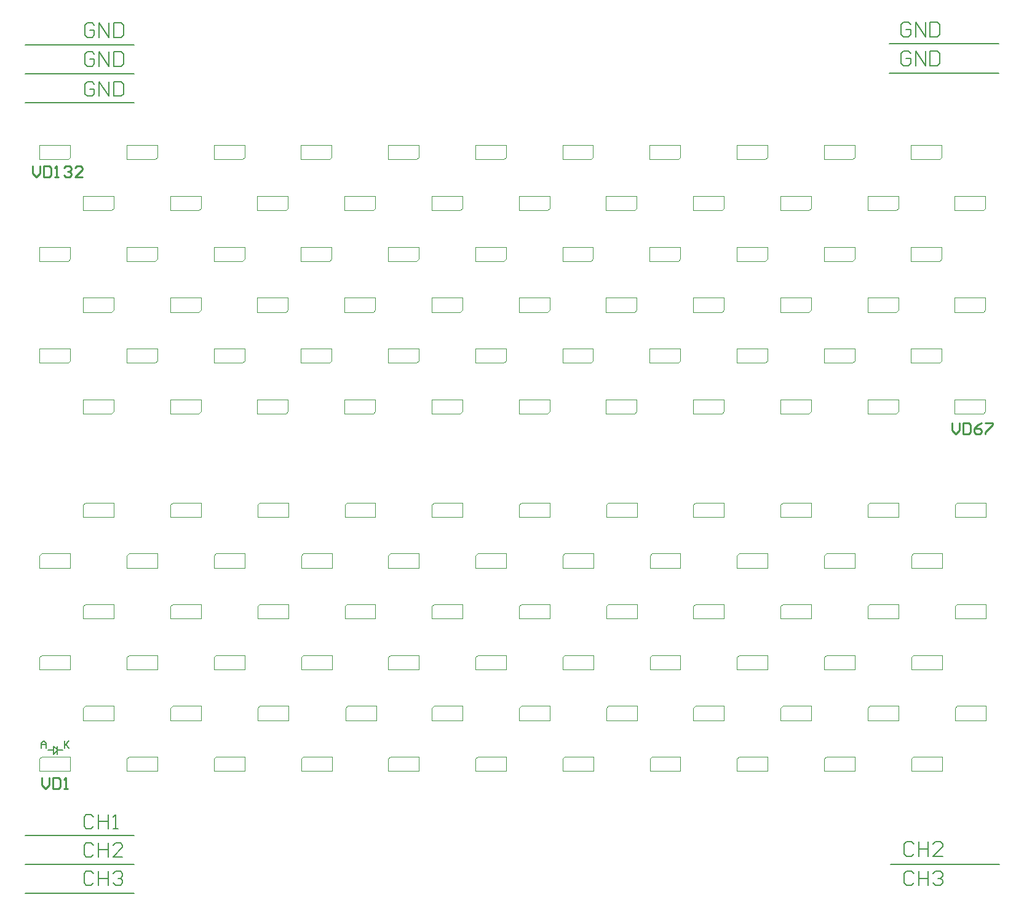
<source format=gto>
G04 Layer_Color=65535*
%FSLAX24Y24*%
%MOIN*%
G70*
G01*
G75*
%ADD10C,0.0079*%
%ADD21C,0.0039*%
%ADD22C,0.0100*%
D10*
X78307Y49508D02*
X78602D01*
X77815Y49508D02*
X78110D01*
X78307Y49291D02*
Y49528D01*
Y49488D02*
Y49724D01*
X78110D02*
X78307Y49528D01*
Y49488D02*
Y49528D01*
X78110Y49291D02*
X78307Y49488D01*
X78110Y49291D02*
X78110D01*
X78110D02*
Y49724D01*
X123425Y86220D02*
X129331D01*
X123425Y87795D02*
X129331D01*
X76575Y87756D02*
X82480D01*
X76575Y86181D02*
X82480D01*
X76575Y84606D02*
X82480D01*
X123465Y43307D02*
X129370D01*
X76575Y41732D02*
X82480D01*
X76575Y43307D02*
X82480D01*
X76575Y44882D02*
X82480D01*
X77441Y49606D02*
Y49869D01*
X77572Y50000D01*
X77703Y49869D01*
Y49606D01*
Y49803D01*
X77441D01*
X78701Y50000D02*
Y49606D01*
Y49737D01*
X78963Y50000D01*
X78766Y49803D01*
X78963Y49606D01*
X124737Y42821D02*
X124606Y42952D01*
X124344D01*
X124213Y42821D01*
Y42297D01*
X124344Y42165D01*
X124606D01*
X124737Y42297D01*
X125000Y42952D02*
Y42165D01*
Y42559D01*
X125525D01*
Y42952D01*
Y42165D01*
X125787Y42821D02*
X125918Y42952D01*
X126180D01*
X126312Y42821D01*
Y42690D01*
X126180Y42559D01*
X126049D01*
X126180D01*
X126312Y42428D01*
Y42297D01*
X126180Y42165D01*
X125918D01*
X125787Y42297D01*
X124737Y44396D02*
X124606Y44527D01*
X124344D01*
X124213Y44396D01*
Y43871D01*
X124344Y43740D01*
X124606D01*
X124737Y43871D01*
X125000Y44527D02*
Y43740D01*
Y44134D01*
X125525D01*
Y44527D01*
Y43740D01*
X126312D02*
X125787D01*
X126312Y44265D01*
Y44396D01*
X126180Y44527D01*
X125918D01*
X125787Y44396D01*
X80289Y45892D02*
X80157Y46023D01*
X79895D01*
X79764Y45892D01*
Y45367D01*
X79895Y45236D01*
X80157D01*
X80289Y45367D01*
X80551Y46023D02*
Y45236D01*
Y45630D01*
X81076D01*
Y46023D01*
Y45236D01*
X81338D02*
X81600D01*
X81469D01*
Y46023D01*
X81338Y45892D01*
X80289Y44357D02*
X80157Y44488D01*
X79895D01*
X79764Y44357D01*
Y43832D01*
X79895Y43701D01*
X80157D01*
X80289Y43832D01*
X80551Y44488D02*
Y43701D01*
Y44094D01*
X81076D01*
Y44488D01*
Y43701D01*
X81863D02*
X81338D01*
X81863Y44226D01*
Y44357D01*
X81732Y44488D01*
X81469D01*
X81338Y44357D01*
X80289Y42821D02*
X80157Y42952D01*
X79895D01*
X79764Y42821D01*
Y42297D01*
X79895Y42165D01*
X80157D01*
X80289Y42297D01*
X80551Y42952D02*
Y42165D01*
Y42559D01*
X81076D01*
Y42952D01*
Y42165D01*
X81338Y42821D02*
X81469Y42952D01*
X81732D01*
X81863Y42821D01*
Y42690D01*
X81732Y42559D01*
X81600D01*
X81732D01*
X81863Y42428D01*
Y42297D01*
X81732Y42165D01*
X81469D01*
X81338Y42297D01*
X124580Y87270D02*
X124449Y87401D01*
X124186D01*
X124055Y87270D01*
Y86745D01*
X124186Y86614D01*
X124449D01*
X124580Y86745D01*
Y87008D01*
X124318D01*
X124842Y86614D02*
Y87401D01*
X125367Y86614D01*
Y87401D01*
X125629D02*
Y86614D01*
X126023D01*
X126154Y86745D01*
Y87270D01*
X126023Y87401D01*
X125629D01*
X80328Y85617D02*
X80197Y85748D01*
X79934D01*
X79803Y85617D01*
Y85092D01*
X79934Y84961D01*
X80197D01*
X80328Y85092D01*
Y85354D01*
X80066D01*
X80590Y84961D02*
Y85748D01*
X81115Y84961D01*
Y85748D01*
X81377D02*
Y84961D01*
X81771D01*
X81902Y85092D01*
Y85617D01*
X81771Y85748D01*
X81377D01*
X80328Y87231D02*
X80197Y87362D01*
X79934D01*
X79803Y87231D01*
Y86706D01*
X79934Y86575D01*
X80197D01*
X80328Y86706D01*
Y86968D01*
X80066D01*
X80590Y86575D02*
Y87362D01*
X81115Y86575D01*
Y87362D01*
X81377D02*
Y86575D01*
X81771D01*
X81902Y86706D01*
Y87231D01*
X81771Y87362D01*
X81377D01*
X80328Y88806D02*
X80197Y88937D01*
X79934D01*
X79803Y88806D01*
Y88281D01*
X79934Y88150D01*
X80197D01*
X80328Y88281D01*
Y88543D01*
X80066D01*
X80590Y88150D02*
Y88937D01*
X81115Y88150D01*
Y88937D01*
X81377D02*
Y88150D01*
X81771D01*
X81902Y88281D01*
Y88806D01*
X81771Y88937D01*
X81377D01*
X124580Y88845D02*
X124449Y88976D01*
X124186D01*
X124055Y88845D01*
Y88320D01*
X124186Y88189D01*
X124449D01*
X124580Y88320D01*
Y88583D01*
X124318D01*
X124842Y88189D02*
Y88976D01*
X125367Y88189D01*
Y88976D01*
X125629D02*
Y88189D01*
X126023D01*
X126154Y88320D01*
Y88845D01*
X126023Y88976D01*
X125629D01*
D21*
X128504Y67746D02*
X128622Y67864D01*
X126959Y67746D02*
Y68524D01*
X128622Y67864D02*
Y68524D01*
X126959Y67746D02*
X128504D01*
X126959Y68524D02*
X128622D01*
X78898Y81526D02*
X79016Y81644D01*
X77352Y81526D02*
Y82303D01*
X79016Y81644D02*
Y82303D01*
X77352Y81526D02*
X78898D01*
X77352Y82303D02*
X79016D01*
X77362Y49026D02*
X77480Y49144D01*
X79026Y48366D02*
Y49144D01*
X77362Y48366D02*
Y49026D01*
X77480Y49144D02*
X79026D01*
X77362Y48366D02*
X79026D01*
X81260Y78770D02*
X81378Y78888D01*
X79715Y78770D02*
Y79547D01*
X81378Y78888D02*
Y79547D01*
X79715Y78770D02*
X81260D01*
X79715Y79547D02*
X81378D01*
X78898Y76014D02*
X79016Y76132D01*
X77352Y76014D02*
Y76791D01*
X79016Y76132D02*
Y76791D01*
X77352Y76014D02*
X78898D01*
X77352Y76791D02*
X79016D01*
X81260Y73258D02*
X81378Y73376D01*
X79715Y73258D02*
Y74035D01*
X81378Y73376D02*
Y74035D01*
X79715Y73258D02*
X81260D01*
X79715Y74035D02*
X81378D01*
X78898Y70502D02*
X79016Y70620D01*
X77352Y70502D02*
Y71280D01*
X79016Y70620D02*
Y71280D01*
X77352Y70502D02*
X78898D01*
X77352Y71280D02*
X79016D01*
X81260Y67746D02*
X81378Y67864D01*
X79715Y67746D02*
Y68524D01*
X81378Y67864D02*
Y68524D01*
X79715Y67746D02*
X81260D01*
X79715Y68524D02*
X81378D01*
X83622Y81526D02*
X83740Y81644D01*
X82077Y81526D02*
Y82303D01*
X83740Y81644D02*
Y82303D01*
X82077Y81526D02*
X83622D01*
X82077Y82303D02*
X83740D01*
X85984Y78770D02*
X86102Y78888D01*
X84439Y78770D02*
Y79547D01*
X86102Y78888D02*
Y79547D01*
X84439Y78770D02*
X85984D01*
X84439Y79547D02*
X86102D01*
X83622Y76014D02*
X83740Y76132D01*
X82077Y76014D02*
Y76791D01*
X83740Y76132D02*
Y76791D01*
X82077Y76014D02*
X83622D01*
X82077Y76791D02*
X83740D01*
X85984Y73258D02*
X86102Y73376D01*
X84439Y73258D02*
Y74035D01*
X86102Y73376D02*
Y74035D01*
X84439Y73258D02*
X85984D01*
X84439Y74035D02*
X86102D01*
X83622Y70502D02*
X83740Y70620D01*
X82077Y70502D02*
Y71280D01*
X83740Y70620D02*
Y71280D01*
X82077Y70502D02*
X83622D01*
X82077Y71280D02*
X83740D01*
X85984Y67746D02*
X86102Y67864D01*
X84439Y67746D02*
Y68524D01*
X86102Y67864D02*
Y68524D01*
X84439Y67746D02*
X85984D01*
X84439Y68524D02*
X86102D01*
X88346Y81526D02*
X88465Y81644D01*
X86801Y81526D02*
Y82303D01*
X88465Y81644D02*
Y82303D01*
X86801Y81526D02*
X88346D01*
X86801Y82303D02*
X88465D01*
X90709Y78770D02*
X90827Y78888D01*
X89163Y78770D02*
Y79547D01*
X90827Y78888D02*
Y79547D01*
X89163Y78770D02*
X90709D01*
X89163Y79547D02*
X90827D01*
X88346Y76014D02*
X88465Y76132D01*
X86801Y76014D02*
Y76791D01*
X88465Y76132D02*
Y76791D01*
X86801Y76014D02*
X88346D01*
X86801Y76791D02*
X88465D01*
X90709Y73258D02*
X90827Y73376D01*
X89163Y73258D02*
Y74035D01*
X90827Y73376D02*
Y74035D01*
X89163Y73258D02*
X90709D01*
X89163Y74035D02*
X90827D01*
X88346Y70502D02*
X88465Y70620D01*
X86801Y70502D02*
Y71280D01*
X88465Y70620D02*
Y71280D01*
X86801Y70502D02*
X88346D01*
X86801Y71280D02*
X88465D01*
X90709Y67746D02*
X90827Y67864D01*
X89163Y67746D02*
Y68524D01*
X90827Y67864D02*
Y68524D01*
X89163Y67746D02*
X90709D01*
X89163Y68524D02*
X90827D01*
X93071Y81526D02*
X93189Y81644D01*
X91526Y81526D02*
Y82303D01*
X93189Y81644D02*
Y82303D01*
X91526Y81526D02*
X93071D01*
X91526Y82303D02*
X93189D01*
X95433Y78770D02*
X95551Y78888D01*
X93888Y78770D02*
Y79547D01*
X95551Y78888D02*
Y79547D01*
X93888Y78770D02*
X95433D01*
X93888Y79547D02*
X95551D01*
X93071Y76014D02*
X93189Y76132D01*
X91526Y76014D02*
Y76791D01*
X93189Y76132D02*
Y76791D01*
X91526Y76014D02*
X93071D01*
X91526Y76791D02*
X93189D01*
X95433Y73258D02*
X95551Y73376D01*
X93888Y73258D02*
Y74035D01*
X95551Y73376D02*
Y74035D01*
X93888Y73258D02*
X95433D01*
X93888Y74035D02*
X95551D01*
X93071Y70502D02*
X93189Y70620D01*
X91526Y70502D02*
Y71280D01*
X93189Y70620D02*
Y71280D01*
X91526Y70502D02*
X93071D01*
X91526Y71280D02*
X93189D01*
X95433Y67746D02*
X95551Y67864D01*
X93888Y67746D02*
Y68524D01*
X95551Y67864D02*
Y68524D01*
X93888Y67746D02*
X95433D01*
X93888Y68524D02*
X95551D01*
X97795Y81526D02*
X97913Y81644D01*
X96250Y81526D02*
Y82303D01*
X97913Y81644D02*
Y82303D01*
X96250Y81526D02*
X97795D01*
X96250Y82303D02*
X97913D01*
X100157Y78770D02*
X100276Y78888D01*
X98612Y78770D02*
Y79547D01*
X100276Y78888D02*
Y79547D01*
X98612Y78770D02*
X100157D01*
X98612Y79547D02*
X100276D01*
X97795Y76014D02*
X97913Y76132D01*
X96250Y76014D02*
Y76791D01*
X97913Y76132D02*
Y76791D01*
X96250Y76014D02*
X97795D01*
X96250Y76791D02*
X97913D01*
X100157Y73258D02*
X100276Y73376D01*
X98612Y73258D02*
Y74035D01*
X100276Y73376D02*
Y74035D01*
X98612Y73258D02*
X100157D01*
X98612Y74035D02*
X100276D01*
X97795Y70502D02*
X97913Y70620D01*
X96250Y70502D02*
Y71280D01*
X97913Y70620D02*
Y71280D01*
X96250Y70502D02*
X97795D01*
X96250Y71280D02*
X97913D01*
X100157Y67746D02*
X100276Y67864D01*
X98612Y67746D02*
Y68524D01*
X100276Y67864D02*
Y68524D01*
X98612Y67746D02*
X100157D01*
X98612Y68524D02*
X100276D01*
X102520Y81526D02*
X102638Y81644D01*
X100974Y81526D02*
Y82303D01*
X102638Y81644D02*
Y82303D01*
X100974Y81526D02*
X102520D01*
X100974Y82303D02*
X102638D01*
X104882Y78770D02*
X105000Y78888D01*
X103337Y78770D02*
Y79547D01*
X105000Y78888D02*
Y79547D01*
X103337Y78770D02*
X104882D01*
X103337Y79547D02*
X105000D01*
X102520Y76014D02*
X102638Y76132D01*
X100974Y76014D02*
Y76791D01*
X102638Y76132D02*
Y76791D01*
X100974Y76014D02*
X102520D01*
X100974Y76791D02*
X102638D01*
X104882Y73258D02*
X105000Y73376D01*
X103337Y73258D02*
Y74035D01*
X105000Y73376D02*
Y74035D01*
X103337Y73258D02*
X104882D01*
X103337Y74035D02*
X105000D01*
X102520Y70502D02*
X102638Y70620D01*
X100974Y70502D02*
Y71280D01*
X102638Y70620D02*
Y71280D01*
X100974Y70502D02*
X102520D01*
X100974Y71280D02*
X102638D01*
X104882Y67746D02*
X105000Y67864D01*
X103337Y67746D02*
Y68524D01*
X105000Y67864D02*
Y68524D01*
X103337Y67746D02*
X104882D01*
X103337Y68524D02*
X105000D01*
X107244Y81526D02*
X107362Y81644D01*
X105699Y81526D02*
Y82303D01*
X107362Y81644D02*
Y82303D01*
X105699Y81526D02*
X107244D01*
X105699Y82303D02*
X107362D01*
X109606Y78770D02*
X109724Y78888D01*
X108061Y78770D02*
Y79547D01*
X109724Y78888D02*
Y79547D01*
X108061Y78770D02*
X109606D01*
X108061Y79547D02*
X109724D01*
X107244Y76014D02*
X107362Y76132D01*
X105699Y76014D02*
Y76791D01*
X107362Y76132D02*
Y76791D01*
X105699Y76014D02*
X107244D01*
X105699Y76791D02*
X107362D01*
X109606Y73258D02*
X109724Y73376D01*
X108061Y73258D02*
Y74035D01*
X109724Y73376D02*
Y74035D01*
X108061Y73258D02*
X109606D01*
X108061Y74035D02*
X109724D01*
X107244Y70502D02*
X107362Y70620D01*
X105699Y70502D02*
Y71280D01*
X107362Y70620D02*
Y71280D01*
X105699Y70502D02*
X107244D01*
X105699Y71280D02*
X107362D01*
X109606Y67746D02*
X109724Y67864D01*
X108061Y67746D02*
Y68524D01*
X109724Y67864D02*
Y68524D01*
X108061Y67746D02*
X109606D01*
X108061Y68524D02*
X109724D01*
X111969Y81526D02*
X112087Y81644D01*
X110423Y81526D02*
Y82303D01*
X112087Y81644D02*
Y82303D01*
X110423Y81526D02*
X111969D01*
X110423Y82303D02*
X112087D01*
X114331Y78770D02*
X114449Y78888D01*
X112785Y78770D02*
Y79547D01*
X114449Y78888D02*
Y79547D01*
X112785Y78770D02*
X114331D01*
X112785Y79547D02*
X114449D01*
X111969Y76014D02*
X112087Y76132D01*
X110423Y76014D02*
Y76791D01*
X112087Y76132D02*
Y76791D01*
X110423Y76014D02*
X111969D01*
X110423Y76791D02*
X112087D01*
X114331Y73258D02*
X114449Y73376D01*
X112785Y73258D02*
Y74035D01*
X114449Y73376D02*
Y74035D01*
X112785Y73258D02*
X114331D01*
X112785Y74035D02*
X114449D01*
X111969Y70502D02*
X112087Y70620D01*
X110423Y70502D02*
Y71280D01*
X112087Y70620D02*
Y71280D01*
X110423Y70502D02*
X111969D01*
X110423Y71280D02*
X112087D01*
X114331Y67746D02*
X114449Y67864D01*
X112785Y67746D02*
Y68524D01*
X114449Y67864D02*
Y68524D01*
X112785Y67746D02*
X114331D01*
X112785Y68524D02*
X114449D01*
X116693Y81526D02*
X116811Y81644D01*
X115148Y81526D02*
Y82303D01*
X116811Y81644D02*
Y82303D01*
X115148Y81526D02*
X116693D01*
X115148Y82303D02*
X116811D01*
X119055Y78770D02*
X119173Y78888D01*
X117510Y78770D02*
Y79547D01*
X119173Y78888D02*
Y79547D01*
X117510Y78770D02*
X119055D01*
X117510Y79547D02*
X119173D01*
X116693Y76014D02*
X116811Y76132D01*
X115148Y76014D02*
Y76791D01*
X116811Y76132D02*
Y76791D01*
X115148Y76014D02*
X116693D01*
X115148Y76791D02*
X116811D01*
X119055Y73258D02*
X119173Y73376D01*
X117510Y73258D02*
Y74035D01*
X119173Y73376D02*
Y74035D01*
X117510Y73258D02*
X119055D01*
X117510Y74035D02*
X119173D01*
X116693Y70502D02*
X116811Y70620D01*
X115148Y70502D02*
Y71280D01*
X116811Y70620D02*
Y71280D01*
X115148Y70502D02*
X116693D01*
X115148Y71280D02*
X116811D01*
X119055Y67746D02*
X119173Y67864D01*
X117510Y67746D02*
Y68524D01*
X119173Y67864D02*
Y68524D01*
X117510Y67746D02*
X119055D01*
X117510Y68524D02*
X119173D01*
X121417Y81526D02*
X121535Y81644D01*
X119872Y81526D02*
Y82303D01*
X121535Y81644D02*
Y82303D01*
X119872Y81526D02*
X121417D01*
X119872Y82303D02*
X121535D01*
X123780Y78770D02*
X123898Y78888D01*
X122234Y78770D02*
Y79547D01*
X123898Y78888D02*
Y79547D01*
X122234Y78770D02*
X123780D01*
X122234Y79547D02*
X123898D01*
X121417Y76014D02*
X121535Y76132D01*
X119872Y76014D02*
Y76791D01*
X121535Y76132D02*
Y76791D01*
X119872Y76014D02*
X121417D01*
X119872Y76791D02*
X121535D01*
X123780Y73258D02*
X123898Y73376D01*
X122234Y73258D02*
Y74035D01*
X123898Y73376D02*
Y74035D01*
X122234Y73258D02*
X123780D01*
X122234Y74035D02*
X123898D01*
X121417Y70502D02*
X121535Y70620D01*
X119872Y70502D02*
Y71280D01*
X121535Y70620D02*
Y71280D01*
X119872Y70502D02*
X121417D01*
X119872Y71280D02*
X121535D01*
X123780Y67746D02*
X123898Y67864D01*
X122234Y67746D02*
Y68524D01*
X123898Y67864D02*
Y68524D01*
X122234Y67746D02*
X123780D01*
X122234Y68524D02*
X123898D01*
X126142Y81526D02*
X126260Y81644D01*
X124596Y81526D02*
Y82303D01*
X126260Y81644D02*
Y82303D01*
X124596Y81526D02*
X126142D01*
X124596Y82303D02*
X126260D01*
X128504Y78770D02*
X128622Y78888D01*
X126959Y78770D02*
Y79547D01*
X128622Y78888D02*
Y79547D01*
X126959Y78770D02*
X128504D01*
X126959Y79547D02*
X128622D01*
X126142Y76014D02*
X126260Y76132D01*
X124596Y76014D02*
Y76791D01*
X126260Y76132D02*
Y76791D01*
X124596Y76014D02*
X126142D01*
X124596Y76791D02*
X126260D01*
X128504Y73258D02*
X128622Y73376D01*
X126959Y73258D02*
Y74035D01*
X128622Y73376D02*
Y74035D01*
X126959Y73258D02*
X128504D01*
X126959Y74035D02*
X128622D01*
X126142Y70502D02*
X126260Y70620D01*
X124596Y70502D02*
Y71280D01*
X126260Y70620D02*
Y71280D01*
X124596Y70502D02*
X126142D01*
X124596Y71280D02*
X126260D01*
X126968Y62805D02*
X127087Y62923D01*
X128632Y62146D02*
Y62923D01*
X126968Y62146D02*
Y62805D01*
X127087Y62923D02*
X128632D01*
X126968Y62146D02*
X128632D01*
X124606Y60049D02*
X124724Y60167D01*
X126270Y59390D02*
Y60167D01*
X124606Y59390D02*
Y60049D01*
X124724Y60167D02*
X126270D01*
X124606Y59390D02*
X126270D01*
X126968Y57293D02*
X127087Y57411D01*
X128632Y56634D02*
Y57411D01*
X126968Y56634D02*
Y57293D01*
X127087Y57411D02*
X128632D01*
X126968Y56634D02*
X128632D01*
X124606Y54537D02*
X124724Y54656D01*
X126270Y53878D02*
Y54656D01*
X124606Y53878D02*
Y54537D01*
X124724Y54656D02*
X126270D01*
X124606Y53878D02*
X126270D01*
X126968Y51782D02*
X127087Y51900D01*
X128632Y51122D02*
Y51900D01*
X126968Y51122D02*
Y51782D01*
X127087Y51900D02*
X128632D01*
X126968Y51122D02*
X128632D01*
X124606Y49026D02*
X124724Y49144D01*
X126270Y48366D02*
Y49144D01*
X124606Y48366D02*
Y49026D01*
X124724Y49144D02*
X126270D01*
X124606Y48366D02*
X126270D01*
X122244Y62805D02*
X122362Y62923D01*
X123907Y62146D02*
Y62923D01*
X122244Y62146D02*
Y62805D01*
X122362Y62923D02*
X123907D01*
X122244Y62146D02*
X123907D01*
X119882Y60049D02*
X120000Y60167D01*
X121545Y59390D02*
Y60167D01*
X119882Y59390D02*
Y60049D01*
X120000Y60167D02*
X121545D01*
X119882Y59390D02*
X121545D01*
X122244Y57293D02*
X122362Y57411D01*
X123907Y56634D02*
Y57411D01*
X122244Y56634D02*
Y57293D01*
X122362Y57411D02*
X123907D01*
X122244Y56634D02*
X123907D01*
X119882Y54537D02*
X120000Y54656D01*
X121545Y53878D02*
Y54656D01*
X119882Y53878D02*
Y54537D01*
X120000Y54656D02*
X121545D01*
X119882Y53878D02*
X121545D01*
X122244Y51782D02*
X122362Y51900D01*
X123907Y51122D02*
Y51900D01*
X122244Y51122D02*
Y51782D01*
X122362Y51900D02*
X123907D01*
X122244Y51122D02*
X123907D01*
X119882Y49026D02*
X120000Y49144D01*
X121545Y48366D02*
Y49144D01*
X119882Y48366D02*
Y49026D01*
X120000Y49144D02*
X121545D01*
X119882Y48366D02*
X121545D01*
X117520Y62805D02*
X117638Y62923D01*
X119183Y62146D02*
Y62923D01*
X117520Y62146D02*
Y62805D01*
X117638Y62923D02*
X119183D01*
X117520Y62146D02*
X119183D01*
X115157Y60049D02*
X115276Y60167D01*
X116821Y59390D02*
Y60167D01*
X115157Y59390D02*
Y60049D01*
X115276Y60167D02*
X116821D01*
X115157Y59390D02*
X116821D01*
X117520Y57293D02*
X117638Y57411D01*
X119183Y56634D02*
Y57411D01*
X117520Y56634D02*
Y57293D01*
X117638Y57411D02*
X119183D01*
X117520Y56634D02*
X119183D01*
X115157Y54537D02*
X115276Y54656D01*
X116821Y53878D02*
Y54656D01*
X115157Y53878D02*
Y54537D01*
X115276Y54656D02*
X116821D01*
X115157Y53878D02*
X116821D01*
X117520Y51782D02*
X117638Y51900D01*
X119183Y51122D02*
Y51900D01*
X117520Y51122D02*
Y51782D01*
X117638Y51900D02*
X119183D01*
X117520Y51122D02*
X119183D01*
X115157Y49026D02*
X115276Y49144D01*
X116821Y48366D02*
Y49144D01*
X115157Y48366D02*
Y49026D01*
X115276Y49144D02*
X116821D01*
X115157Y48366D02*
X116821D01*
X112795Y62805D02*
X112913Y62923D01*
X114459Y62146D02*
Y62923D01*
X112795Y62146D02*
Y62805D01*
X112913Y62923D02*
X114459D01*
X112795Y62146D02*
X114459D01*
X110433Y60049D02*
X110551Y60167D01*
X112096Y59390D02*
Y60167D01*
X110433Y59390D02*
Y60049D01*
X110551Y60167D02*
X112096D01*
X110433Y59390D02*
X112096D01*
X112795Y57293D02*
X112913Y57411D01*
X114459Y56634D02*
Y57411D01*
X112795Y56634D02*
Y57293D01*
X112913Y57411D02*
X114459D01*
X112795Y56634D02*
X114459D01*
X110433Y54537D02*
X110551Y54656D01*
X112096Y53878D02*
Y54656D01*
X110433Y53878D02*
Y54537D01*
X110551Y54656D02*
X112096D01*
X110433Y53878D02*
X112096D01*
X112795Y51782D02*
X112913Y51900D01*
X114459Y51122D02*
Y51900D01*
X112795Y51122D02*
Y51782D01*
X112913Y51900D02*
X114459D01*
X112795Y51122D02*
X114459D01*
X110433Y49026D02*
X110551Y49144D01*
X112096Y48366D02*
Y49144D01*
X110433Y48366D02*
Y49026D01*
X110551Y49144D02*
X112096D01*
X110433Y48366D02*
X112096D01*
X108071Y62805D02*
X108189Y62923D01*
X109734Y62146D02*
Y62923D01*
X108071Y62146D02*
Y62805D01*
X108189Y62923D02*
X109734D01*
X108071Y62146D02*
X109734D01*
X105709Y60049D02*
X105827Y60167D01*
X107372Y59390D02*
Y60167D01*
X105709Y59390D02*
Y60049D01*
X105827Y60167D02*
X107372D01*
X105709Y59390D02*
X107372D01*
X108071Y57293D02*
X108189Y57411D01*
X109734Y56634D02*
Y57411D01*
X108071Y56634D02*
Y57293D01*
X108189Y57411D02*
X109734D01*
X108071Y56634D02*
X109734D01*
X105709Y54537D02*
X105827Y54656D01*
X107372Y53878D02*
Y54656D01*
X105709Y53878D02*
Y54537D01*
X105827Y54656D02*
X107372D01*
X105709Y53878D02*
X107372D01*
X108071Y51782D02*
X108189Y51900D01*
X109734Y51122D02*
Y51900D01*
X108071Y51122D02*
Y51782D01*
X108189Y51900D02*
X109734D01*
X108071Y51122D02*
X109734D01*
X105709Y49026D02*
X105827Y49144D01*
X107372Y48366D02*
Y49144D01*
X105709Y48366D02*
Y49026D01*
X105827Y49144D02*
X107372D01*
X105709Y48366D02*
X107372D01*
X103346Y62805D02*
X103465Y62923D01*
X105010Y62146D02*
Y62923D01*
X103346Y62146D02*
Y62805D01*
X103465Y62923D02*
X105010D01*
X103346Y62146D02*
X105010D01*
X100984Y60049D02*
X101102Y60167D01*
X102648Y59390D02*
Y60167D01*
X100984Y59390D02*
Y60049D01*
X101102Y60167D02*
X102648D01*
X100984Y59390D02*
X102648D01*
X103346Y57293D02*
X103465Y57411D01*
X105010Y56634D02*
Y57411D01*
X103346Y56634D02*
Y57293D01*
X103465Y57411D02*
X105010D01*
X103346Y56634D02*
X105010D01*
X100984Y54537D02*
X101102Y54656D01*
X102648Y53878D02*
Y54656D01*
X100984Y53878D02*
Y54537D01*
X101102Y54656D02*
X102648D01*
X100984Y53878D02*
X102648D01*
X103346Y51782D02*
X103465Y51900D01*
X105010Y51122D02*
Y51900D01*
X103346Y51122D02*
Y51782D01*
X103465Y51900D02*
X105010D01*
X103346Y51122D02*
X105010D01*
X100984Y49026D02*
X101102Y49144D01*
X102648Y48366D02*
Y49144D01*
X100984Y48366D02*
Y49026D01*
X101102Y49144D02*
X102648D01*
X100984Y48366D02*
X102648D01*
X98622Y62805D02*
X98740Y62923D01*
X100285Y62146D02*
Y62923D01*
X98622Y62146D02*
Y62805D01*
X98740Y62923D02*
X100285D01*
X98622Y62146D02*
X100285D01*
X96260Y60049D02*
X96378Y60167D01*
X97923Y59390D02*
Y60167D01*
X96260Y59390D02*
Y60049D01*
X96378Y60167D02*
X97923D01*
X96260Y59390D02*
X97923D01*
X98622Y57293D02*
X98740Y57411D01*
X100285Y56634D02*
Y57411D01*
X98622Y56634D02*
Y57293D01*
X98740Y57411D02*
X100285D01*
X98622Y56634D02*
X100285D01*
X96260Y54537D02*
X96378Y54656D01*
X97923Y53878D02*
Y54656D01*
X96260Y53878D02*
Y54537D01*
X96378Y54656D02*
X97923D01*
X96260Y53878D02*
X97923D01*
X98622Y51782D02*
X98740Y51900D01*
X100285Y51122D02*
Y51900D01*
X98622Y51122D02*
Y51782D01*
X98740Y51900D02*
X100285D01*
X98622Y51122D02*
X100285D01*
X96260Y49026D02*
X96378Y49144D01*
X97923Y48366D02*
Y49144D01*
X96260Y48366D02*
Y49026D01*
X96378Y49144D02*
X97923D01*
X96260Y48366D02*
X97923D01*
X93898Y62805D02*
X94016Y62923D01*
X95561Y62146D02*
Y62923D01*
X93898Y62146D02*
Y62805D01*
X94016Y62923D02*
X95561D01*
X93898Y62146D02*
X95561D01*
X91535Y60049D02*
X91654Y60167D01*
X93199Y59390D02*
Y60167D01*
X91535Y59390D02*
Y60049D01*
X91654Y60167D02*
X93199D01*
X91535Y59390D02*
X93199D01*
X93898Y57293D02*
X94016Y57411D01*
X95561Y56634D02*
Y57411D01*
X93898Y56634D02*
Y57293D01*
X94016Y57411D02*
X95561D01*
X93898Y56634D02*
X95561D01*
X91535Y54537D02*
X91654Y54656D01*
X93199Y53878D02*
Y54656D01*
X91535Y53878D02*
Y54537D01*
X91654Y54656D02*
X93199D01*
X91535Y53878D02*
X93199D01*
X93937Y51782D02*
X94055Y51900D01*
X95600Y51122D02*
Y51900D01*
X93937Y51122D02*
Y51782D01*
X94055Y51900D02*
X95600D01*
X93937Y51122D02*
X95600D01*
X91535Y49026D02*
X91654Y49144D01*
X93199Y48366D02*
Y49144D01*
X91535Y48366D02*
Y49026D01*
X91654Y49144D02*
X93199D01*
X91535Y48366D02*
X93199D01*
X89173Y62805D02*
X89291Y62923D01*
X90837Y62146D02*
Y62923D01*
X89173Y62146D02*
Y62805D01*
X89291Y62923D02*
X90837D01*
X89173Y62146D02*
X90837D01*
X86811Y60049D02*
X86929Y60167D01*
X88474Y59390D02*
Y60167D01*
X86811Y59390D02*
Y60049D01*
X86929Y60167D02*
X88474D01*
X86811Y59390D02*
X88474D01*
X89173Y57293D02*
X89291Y57411D01*
X90837Y56634D02*
Y57411D01*
X89173Y56634D02*
Y57293D01*
X89291Y57411D02*
X90837D01*
X89173Y56634D02*
X90837D01*
X86811Y54537D02*
X86929Y54656D01*
X88474Y53878D02*
Y54656D01*
X86811Y53878D02*
Y54537D01*
X86929Y54656D02*
X88474D01*
X86811Y53878D02*
X88474D01*
X89173Y51782D02*
X89291Y51900D01*
X90837Y51122D02*
Y51900D01*
X89173Y51122D02*
Y51782D01*
X89291Y51900D02*
X90837D01*
X89173Y51122D02*
X90837D01*
X86811Y49026D02*
X86929Y49144D01*
X88474Y48366D02*
Y49144D01*
X86811Y48366D02*
Y49026D01*
X86929Y49144D02*
X88474D01*
X86811Y48366D02*
X88474D01*
X84449Y62805D02*
X84567Y62923D01*
X86112Y62146D02*
Y62923D01*
X84449Y62146D02*
Y62805D01*
X84567Y62923D02*
X86112D01*
X84449Y62146D02*
X86112D01*
X82087Y60049D02*
X82205Y60167D01*
X83750Y59390D02*
Y60167D01*
X82087Y59390D02*
Y60049D01*
X82205Y60167D02*
X83750D01*
X82087Y59390D02*
X83750D01*
X84449Y57293D02*
X84567Y57411D01*
X86112Y56634D02*
Y57411D01*
X84449Y56634D02*
Y57293D01*
X84567Y57411D02*
X86112D01*
X84449Y56634D02*
X86112D01*
X82087Y54537D02*
X82205Y54656D01*
X83750Y53878D02*
Y54656D01*
X82087Y53878D02*
Y54537D01*
X82205Y54656D02*
X83750D01*
X82087Y53878D02*
X83750D01*
X84449Y51782D02*
X84567Y51900D01*
X86112Y51122D02*
Y51900D01*
X84449Y51122D02*
Y51782D01*
X84567Y51900D02*
X86112D01*
X84449Y51122D02*
X86112D01*
X82087Y49026D02*
X82205Y49144D01*
X83750Y48366D02*
Y49144D01*
X82087Y48366D02*
Y49026D01*
X82205Y49144D02*
X83750D01*
X82087Y48366D02*
X83750D01*
X79724Y62805D02*
X79843Y62923D01*
X81388Y62146D02*
Y62923D01*
X79724Y62146D02*
Y62805D01*
X79843Y62923D02*
X81388D01*
X79724Y62146D02*
X81388D01*
X77362Y60049D02*
X77480Y60167D01*
X79026Y59390D02*
Y60167D01*
X77362Y59390D02*
Y60049D01*
X77480Y60167D02*
X79026D01*
X77362Y59390D02*
X79026D01*
X79724Y57293D02*
X79843Y57411D01*
X81388Y56634D02*
Y57411D01*
X79724Y56634D02*
Y57293D01*
X79843Y57411D02*
X81388D01*
X79724Y56634D02*
X81388D01*
X77362Y54537D02*
X77480Y54656D01*
X79026Y53878D02*
Y54656D01*
X77362Y53878D02*
Y54537D01*
X77480Y54656D02*
X79026D01*
X77362Y53878D02*
X79026D01*
X79724Y51782D02*
X79843Y51900D01*
X81388Y51122D02*
Y51900D01*
X79724Y51122D02*
Y51782D01*
X79843Y51900D02*
X81388D01*
X79724Y51122D02*
X81388D01*
D22*
X77480Y48001D02*
Y47602D01*
X77680Y47402D01*
X77880Y47602D01*
Y48001D01*
X78080D02*
Y47402D01*
X78380D01*
X78480Y47502D01*
Y47901D01*
X78380Y48001D01*
X78080D01*
X78680Y47402D02*
X78880D01*
X78780D01*
Y48001D01*
X78680Y47901D01*
X126811Y67253D02*
Y66853D01*
X127011Y66654D01*
X127211Y66853D01*
Y67253D01*
X127411D02*
Y66654D01*
X127711D01*
X127811Y66754D01*
Y67153D01*
X127711Y67253D01*
X127411D01*
X128411D02*
X128211Y67153D01*
X128011Y66953D01*
Y66754D01*
X128111Y66654D01*
X128311D01*
X128411Y66754D01*
Y66853D01*
X128311Y66953D01*
X128011D01*
X128610Y67253D02*
X129010D01*
Y67153D01*
X128610Y66754D01*
Y66654D01*
X76968Y81190D02*
Y80790D01*
X77168Y80591D01*
X77368Y80790D01*
Y81190D01*
X77568D02*
Y80591D01*
X77868D01*
X77968Y80691D01*
Y81090D01*
X77868Y81190D01*
X77568D01*
X78168Y80591D02*
X78368D01*
X78268D01*
Y81190D01*
X78168Y81090D01*
X78668D02*
X78768Y81190D01*
X78968D01*
X79068Y81090D01*
Y80990D01*
X78968Y80890D01*
X78868D01*
X78968D01*
X79068Y80790D01*
Y80691D01*
X78968Y80591D01*
X78768D01*
X78668Y80691D01*
X79668Y80591D02*
X79268D01*
X79668Y80990D01*
Y81090D01*
X79568Y81190D01*
X79368D01*
X79268Y81090D01*
M02*

</source>
